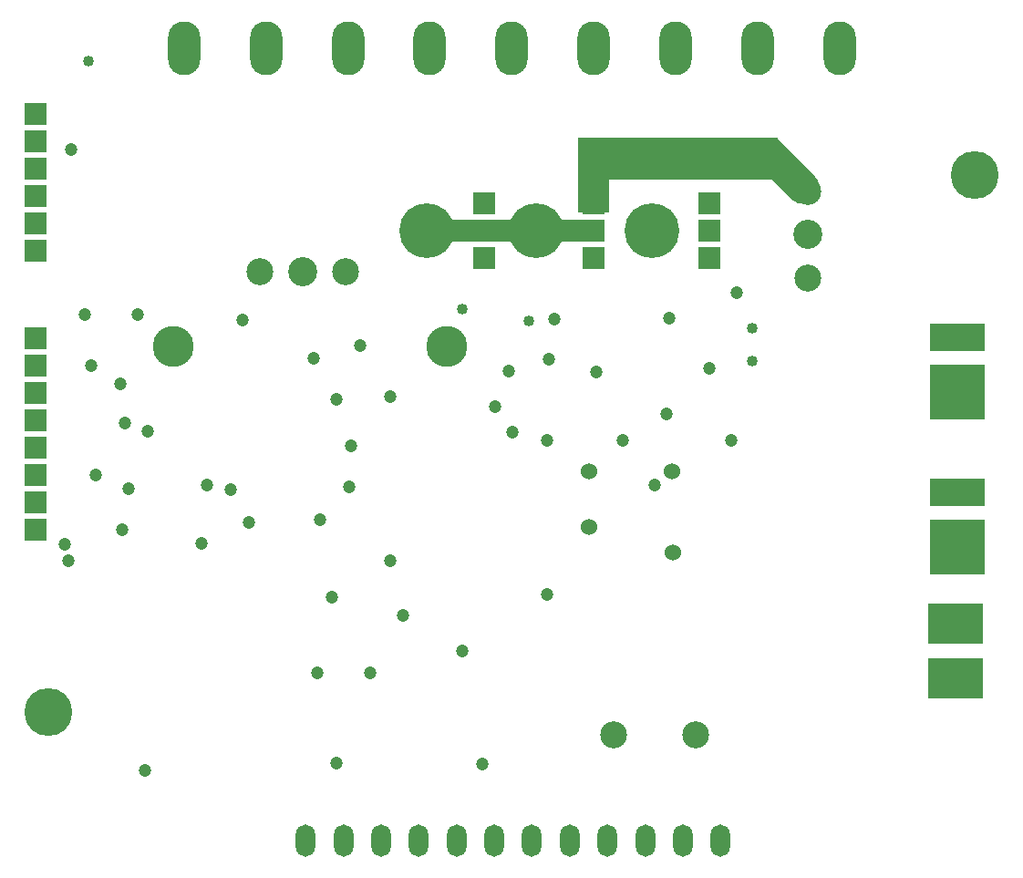
<source format=gbr>
%FSLAX23Y23*%
%MOIN*%
%AMT28*0 Bullet Pad at angle 225*21,1,0.11811,0.19685,0,0,225*%
%ADD28T28*%
%ADD70O,0.07087X0.11811*%
%ADD147O,0.11811X0.19685*%
%ADD13R,0.15748X0.07874*%
%ADD185R,0.20000X0.10000*%
%ADD26R,0.11811X0.27559*%
%ADD187R,0.20000X0.15000*%
%ADD27R,0.70866X0.15748*%
%ADD149R,0.20000X0.20000*%
%ADD140R,0.07874X0.07874*%
%ADD18R,0.08000X0.08000*%
%ADD25C,0.04000*%
%ADD24C,0.04724*%
%ADD148C,0.06000*%
%ADD16C,0.09843*%
%ADD141C,0.10630*%
%ADD10C,0.11811*%
%ADD143C,0.15000*%
%ADD117C,0.17500*%
%ADD118C,0.20000*%
X000Y000D02*
D02*
D13*
X1796Y2551D03*
X1896D03*
X2177Y2551D03*
D02*
D16*
X1026Y2402D03*
X1341D03*
X2320Y708D03*
X2620D03*
X3029Y2380D03*
Y2695D03*
D02*
D18*
X206Y1458D03*
Y1558D03*
Y1658D03*
Y1758D03*
Y1858D03*
Y1958D03*
Y2058D03*
Y2158D03*
X206Y2480D03*
Y2580D03*
Y2680D03*
Y2780D03*
Y2880D03*
Y2980D03*
D02*
D70*
X1194Y321D03*
X1332D03*
X1470D03*
X1608D03*
X1746D03*
X1883D03*
X2021D03*
X2159D03*
X2297D03*
X2435D03*
X2572D03*
X2710D03*
D02*
D24*
X312Y1406D03*
X326Y1345D03*
X335Y2848D03*
X387Y2247D03*
X411Y2060D03*
X427Y1659D03*
X516Y1993D03*
X524Y1460D03*
X532Y1850D03*
X548Y1610D03*
X581Y2245D03*
X608Y578D03*
X618Y1818D03*
X813Y1409D03*
X834Y1621D03*
X921Y1606D03*
X963Y2227D03*
X985Y1486D03*
X1223Y2086D03*
X1235Y936D03*
X1245Y1494D03*
X1290Y1213D03*
X1305Y604D03*
X1308Y1934D03*
X1353Y1615D03*
X1359Y1767D03*
X1394Y2131D03*
X1429Y937D03*
X1502Y1344D03*
X1502Y1945D03*
X1551Y1147D03*
X1766Y1014D03*
X1840Y602D03*
X1885Y1909D03*
X1938Y2039D03*
X1950Y1817D03*
X2076Y1786D03*
X2078Y1221D03*
X2083Y2083D03*
X2102Y2229D03*
X2258Y2037D03*
X2354Y1786D03*
X2469Y1621D03*
X2512Y1882D03*
X2522Y2232D03*
X2670Y2049D03*
X2749Y1786D03*
X2770Y2325D03*
D02*
D25*
X400Y3173D03*
X1768Y2267D03*
X2009Y2223D03*
X2825Y2077D03*
X2825Y2195D03*
D02*
D26*
X2246Y2754D03*
D02*
D27*
X2565Y2814D03*
D02*
D28*
X2944Y2779D03*
D02*
D10*
X3013Y2710D03*
D02*
D117*
X253Y793D03*
X3639Y2754D03*
D02*
D118*
X1638Y2551D03*
X2038Y2551D03*
X2459Y2552D03*
D02*
D140*
X1847Y2451D03*
Y2551D03*
Y2651D03*
X2247Y2451D03*
Y2551D03*
Y2651D03*
X2669Y2451D03*
Y2551D03*
Y2651D03*
D02*
D141*
X1184Y2402D03*
X3029Y2538D03*
D02*
D143*
X710Y2128D03*
X1710D03*
D02*
D147*
X749Y3220D03*
X1049D03*
X1349D03*
X1648D03*
X1948D03*
X2248D03*
X2548D03*
X2848D03*
X3148D03*
D02*
D148*
X2231Y1672D03*
X2231Y1469D03*
X2534Y1672D03*
X2535Y1376D03*
D02*
D149*
X3575Y1962D03*
X3575Y1397D03*
D02*
D185*
X3575Y2162D03*
X3575Y1597D03*
D02*
D187*
X3571Y917D03*
Y1117D03*
X000Y000D02*
M02*

</source>
